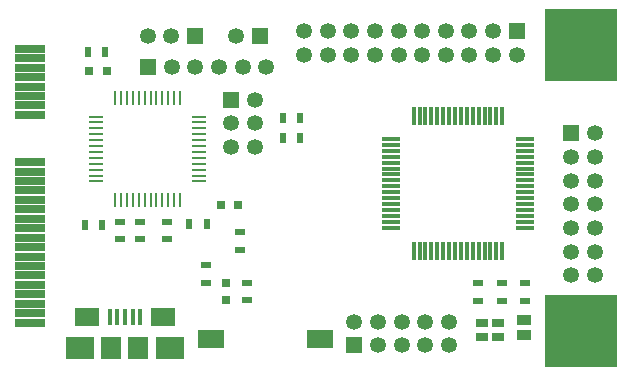
<source format=gbr>
G04 #@! TF.FileFunction,Soldermask,Top*
%FSLAX46Y46*%
G04 Gerber Fmt 4.6, Leading zero omitted, Abs format (unit mm)*
G04 Created by KiCad (PCBNEW 4.0.2+e4-6225~38~ubuntu14.04.1-stable) date Wed 15 Jun 2016 03:03:26 PM ART*
%MOMM*%
G01*
G04 APERTURE LIST*
%ADD10C,0.100000*%
%ADD11R,0.750000X0.800000*%
%ADD12R,1.270000X0.965200*%
%ADD13R,2.500000X0.800000*%
%ADD14R,1.000000X0.700000*%
%ADD15R,0.398780X1.348740*%
%ADD16R,2.100580X1.501140*%
%ADD17R,2.400300X1.899920*%
%ADD18R,1.800860X1.899920*%
%ADD19R,0.900000X0.500000*%
%ADD20R,0.500000X0.900000*%
%ADD21R,0.300000X1.500000*%
%ADD22R,1.500000X0.300000*%
%ADD23R,6.104800X6.104800*%
%ADD24R,2.180000X1.600000*%
%ADD25R,0.797560X0.797560*%
%ADD26R,1.350000X1.350000*%
%ADD27C,1.350000*%
%ADD28R,1.300000X0.250000*%
%ADD29R,0.250000X1.300000*%
%ADD30R,0.800000X0.750000*%
G04 APERTURE END LIST*
D10*
D11*
X67050000Y-123000000D03*
X67050000Y-124500000D03*
D12*
X92300000Y-127435000D03*
X92300000Y-126165000D03*
D13*
X50450000Y-103200000D03*
X50450000Y-104000000D03*
X50450000Y-104800000D03*
X50450000Y-105600000D03*
X50450000Y-106400000D03*
X50450000Y-107200000D03*
X50450000Y-108000000D03*
X50450000Y-108800000D03*
X50450000Y-112800000D03*
X50450000Y-113600000D03*
X50450000Y-114400000D03*
X50450000Y-115200000D03*
X50450000Y-116000000D03*
X50450000Y-116800000D03*
X50450000Y-117600000D03*
X50450000Y-118400000D03*
X50450000Y-119200000D03*
X50450000Y-120000000D03*
X50450000Y-120800000D03*
X50450000Y-121600000D03*
X50450000Y-122400000D03*
X50450000Y-123200000D03*
X50450000Y-124000000D03*
X50450000Y-124800000D03*
X50450000Y-125600000D03*
X50450000Y-126400000D03*
D14*
X88700000Y-127600000D03*
X88700000Y-126400000D03*
X90100000Y-126400000D03*
X90100000Y-127600000D03*
D15*
X58500000Y-125900000D03*
X57849760Y-125900000D03*
X59150240Y-125900000D03*
X57199520Y-125900000D03*
X59800480Y-125900000D03*
D16*
X55299600Y-125900000D03*
X61700400Y-125900000D03*
D17*
X54700160Y-128549220D03*
X62299840Y-128549220D03*
D18*
X57349380Y-128549220D03*
X59650620Y-128549220D03*
D19*
X68830000Y-124500000D03*
X68830000Y-123000000D03*
X65330000Y-121500000D03*
X65330000Y-123000000D03*
X88400000Y-124550000D03*
X88400000Y-123050000D03*
X90400000Y-124550000D03*
X90400000Y-123050000D03*
X92400000Y-124550000D03*
X92400000Y-123050000D03*
X62070000Y-119340000D03*
X62070000Y-117840000D03*
X59770000Y-119340000D03*
X59770000Y-117840000D03*
X68220000Y-118760000D03*
X68220000Y-120260000D03*
D20*
X63960000Y-118070000D03*
X65460000Y-118070000D03*
D21*
X82950000Y-120300000D03*
X83450000Y-120300000D03*
X83950000Y-120300000D03*
X84450000Y-120300000D03*
X84950000Y-120300000D03*
X85450000Y-120300000D03*
X85950000Y-120300000D03*
X86450000Y-120300000D03*
X86950000Y-120300000D03*
X87450000Y-120300000D03*
X87950000Y-120300000D03*
X88450000Y-120300000D03*
X88950000Y-120300000D03*
X89450000Y-120300000D03*
X89950000Y-120300000D03*
X90450000Y-120300000D03*
D22*
X92400000Y-118350000D03*
X92400000Y-117850000D03*
X92400000Y-117350000D03*
X92400000Y-116850000D03*
X92400000Y-116350000D03*
X92400000Y-115850000D03*
X92400000Y-115350000D03*
X92400000Y-114850000D03*
X92400000Y-114350000D03*
X92400000Y-113850000D03*
X92400000Y-113350000D03*
X92400000Y-112850000D03*
X92400000Y-112350000D03*
X92400000Y-111850000D03*
X92400000Y-111350000D03*
X92400000Y-110850000D03*
D21*
X90450000Y-108900000D03*
X89950000Y-108900000D03*
X89450000Y-108900000D03*
X88950000Y-108900000D03*
X88450000Y-108900000D03*
X87950000Y-108900000D03*
X87450000Y-108900000D03*
X86950000Y-108900000D03*
X86450000Y-108900000D03*
X85950000Y-108900000D03*
X85450000Y-108900000D03*
X84950000Y-108900000D03*
X84450000Y-108900000D03*
X83950000Y-108900000D03*
X83450000Y-108900000D03*
X82950000Y-108900000D03*
D22*
X81000000Y-110850000D03*
X81000000Y-111350000D03*
X81000000Y-111850000D03*
X81000000Y-112350000D03*
X81000000Y-112850000D03*
X81000000Y-113350000D03*
X81000000Y-113850000D03*
X81000000Y-114350000D03*
X81000000Y-114850000D03*
X81000000Y-115350000D03*
X81000000Y-115850000D03*
X81000000Y-116350000D03*
X81000000Y-116850000D03*
X81000000Y-117350000D03*
X81000000Y-117850000D03*
X81000000Y-118350000D03*
D23*
X97100000Y-127100000D03*
X97100000Y-102900000D03*
D24*
X75010000Y-127750000D03*
X65805140Y-127745360D03*
D25*
X68110000Y-116400000D03*
X66611400Y-116400000D03*
D26*
X96300000Y-110375000D03*
D27*
X96300000Y-112375000D03*
X96300000Y-114375000D03*
X96300000Y-116375000D03*
X96300000Y-118375000D03*
X96300000Y-120375000D03*
X96300000Y-122375000D03*
X98300000Y-110375000D03*
X98300000Y-112375000D03*
X98300000Y-114375000D03*
X98300000Y-116375000D03*
X98300000Y-118375000D03*
X98300000Y-120375000D03*
X98300000Y-122375000D03*
D26*
X69900000Y-102100000D03*
D27*
X67900000Y-102100000D03*
D26*
X77925000Y-128300000D03*
D27*
X79925000Y-128300000D03*
X81925000Y-128300000D03*
X83925000Y-128300000D03*
X85925000Y-128300000D03*
X77925000Y-126300000D03*
X79925000Y-126300000D03*
X81925000Y-126300000D03*
X83925000Y-126300000D03*
X85925000Y-126300000D03*
D26*
X60460000Y-104770000D03*
D27*
X62460000Y-104770000D03*
X64460000Y-104770000D03*
X66460000Y-104770000D03*
X68460000Y-104770000D03*
X70460000Y-104770000D03*
D20*
X55080000Y-118090000D03*
X56580000Y-118090000D03*
D19*
X58090000Y-117840000D03*
X58090000Y-119340000D03*
D28*
X56070000Y-108940000D03*
X56070000Y-109440000D03*
X56070000Y-109940000D03*
X56070000Y-110440000D03*
X56070000Y-110940000D03*
X56070000Y-111440000D03*
X56070000Y-111940000D03*
X56070000Y-112440000D03*
X56070000Y-112940000D03*
X56070000Y-113440000D03*
X56070000Y-113940000D03*
X56070000Y-114440000D03*
D29*
X57670000Y-116040000D03*
X58170000Y-116040000D03*
X58670000Y-116040000D03*
X59170000Y-116040000D03*
X59670000Y-116040000D03*
X60170000Y-116040000D03*
X60670000Y-116040000D03*
X61170000Y-116040000D03*
X61670000Y-116040000D03*
X62170000Y-116040000D03*
X62670000Y-116040000D03*
X63170000Y-116040000D03*
D28*
X64770000Y-114440000D03*
X64770000Y-113940000D03*
X64770000Y-113440000D03*
X64770000Y-112940000D03*
X64770000Y-112440000D03*
X64770000Y-111940000D03*
X64770000Y-111440000D03*
X64770000Y-110940000D03*
X64770000Y-110440000D03*
X64770000Y-109940000D03*
X64770000Y-109440000D03*
X64770000Y-108940000D03*
D29*
X63170000Y-107340000D03*
X62670000Y-107340000D03*
X62170000Y-107340000D03*
X61670000Y-107340000D03*
X61170000Y-107340000D03*
X60670000Y-107340000D03*
X60170000Y-107340000D03*
X59670000Y-107340000D03*
X59170000Y-107340000D03*
X58670000Y-107340000D03*
X58170000Y-107340000D03*
X57670000Y-107340000D03*
D26*
X64420000Y-102120000D03*
D27*
X62420000Y-102120000D03*
X60420000Y-102120000D03*
D26*
X91675000Y-101725000D03*
D27*
X89675000Y-101725000D03*
X87675000Y-101725000D03*
X85675000Y-101725000D03*
X83675000Y-101725000D03*
X81675000Y-101725000D03*
X79675000Y-101725000D03*
X77675000Y-101725000D03*
X75675000Y-101725000D03*
X73675000Y-101725000D03*
X91675000Y-103725000D03*
X89675000Y-103725000D03*
X87675000Y-103725000D03*
X85675000Y-103725000D03*
X83675000Y-103725000D03*
X81675000Y-103725000D03*
X79675000Y-103725000D03*
X77675000Y-103725000D03*
X75675000Y-103725000D03*
X73675000Y-103725000D03*
D26*
X67475000Y-107525000D03*
D27*
X67475000Y-109525000D03*
X67475000Y-111525000D03*
X69475000Y-107525000D03*
X69475000Y-109525000D03*
X69475000Y-111525000D03*
D20*
X73350000Y-109050000D03*
X71850000Y-109050000D03*
X71850000Y-110750000D03*
X73350000Y-110750000D03*
X56850000Y-103450000D03*
X55350000Y-103450000D03*
D30*
X55450000Y-105050000D03*
X56950000Y-105050000D03*
M02*

</source>
